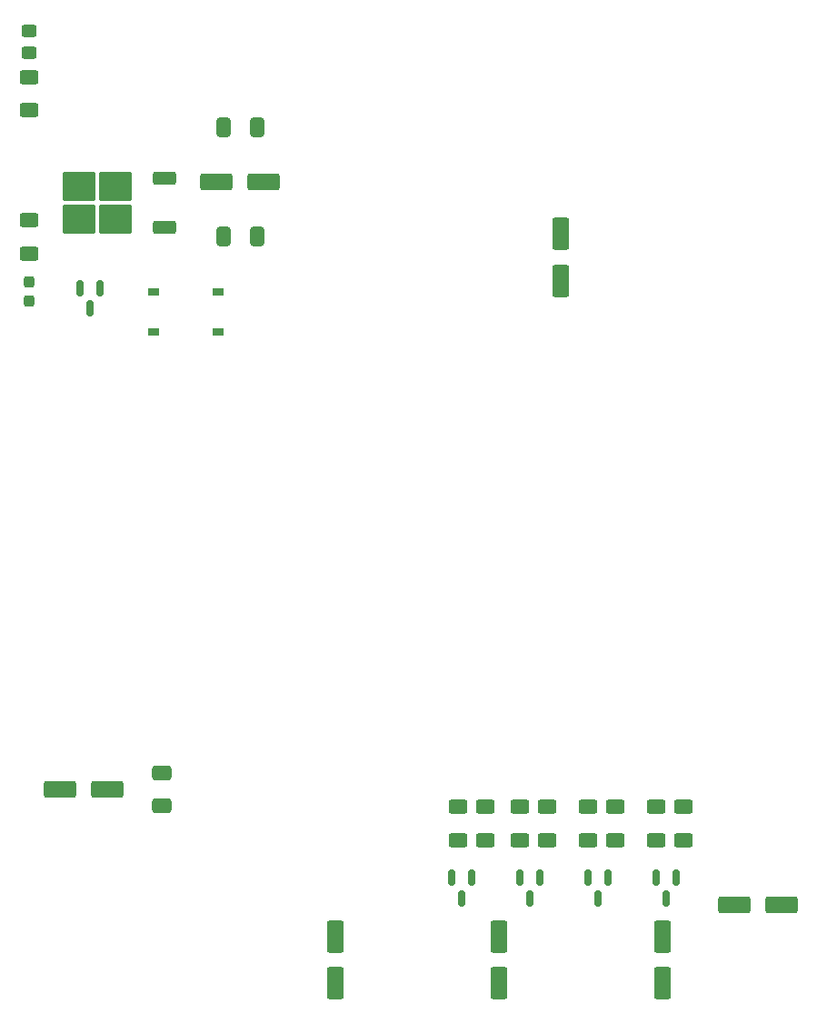
<source format=gtp>
%TF.GenerationSoftware,KiCad,Pcbnew,8.0.1-8.0.1-1~ubuntu22.04.1*%
%TF.CreationDate,2024-10-21T19:50:32-04:00*%
%TF.ProjectId,RedRobotBreakout,52656452-6f62-46f7-9442-7265616b6f75,rev?*%
%TF.SameCoordinates,Original*%
%TF.FileFunction,Paste,Top*%
%TF.FilePolarity,Positive*%
%FSLAX46Y46*%
G04 Gerber Fmt 4.6, Leading zero omitted, Abs format (unit mm)*
G04 Created by KiCad (PCBNEW 8.0.1-8.0.1-1~ubuntu22.04.1) date 2024-10-21 19:50:32*
%MOMM*%
%LPD*%
G01*
G04 APERTURE LIST*
G04 Aperture macros list*
%AMRoundRect*
0 Rectangle with rounded corners*
0 $1 Rounding radius*
0 $2 $3 $4 $5 $6 $7 $8 $9 X,Y pos of 4 corners*
0 Add a 4 corners polygon primitive as box body*
4,1,4,$2,$3,$4,$5,$6,$7,$8,$9,$2,$3,0*
0 Add four circle primitives for the rounded corners*
1,1,$1+$1,$2,$3*
1,1,$1+$1,$4,$5*
1,1,$1+$1,$6,$7*
1,1,$1+$1,$8,$9*
0 Add four rect primitives between the rounded corners*
20,1,$1+$1,$2,$3,$4,$5,0*
20,1,$1+$1,$4,$5,$6,$7,0*
20,1,$1+$1,$6,$7,$8,$9,0*
20,1,$1+$1,$8,$9,$2,$3,0*%
G04 Aperture macros list end*
%ADD10RoundRect,0.250000X0.850000X0.350000X-0.850000X0.350000X-0.850000X-0.350000X0.850000X-0.350000X0*%
%ADD11RoundRect,0.250000X1.275000X1.125000X-1.275000X1.125000X-1.275000X-1.125000X1.275000X-1.125000X0*%
%ADD12RoundRect,0.250000X-0.550000X1.250000X-0.550000X-1.250000X0.550000X-1.250000X0.550000X1.250000X0*%
%ADD13RoundRect,0.250000X-1.250000X-0.550000X1.250000X-0.550000X1.250000X0.550000X-1.250000X0.550000X0*%
%ADD14RoundRect,0.250000X-0.625000X0.400000X-0.625000X-0.400000X0.625000X-0.400000X0.625000X0.400000X0*%
%ADD15RoundRect,0.250000X0.650000X-0.412500X0.650000X0.412500X-0.650000X0.412500X-0.650000X-0.412500X0*%
%ADD16RoundRect,0.250000X-0.450000X0.325000X-0.450000X-0.325000X0.450000X-0.325000X0.450000X0.325000X0*%
%ADD17RoundRect,0.250000X1.250000X0.550000X-1.250000X0.550000X-1.250000X-0.550000X1.250000X-0.550000X0*%
%ADD18RoundRect,0.150000X-0.150000X0.587500X-0.150000X-0.587500X0.150000X-0.587500X0.150000X0.587500X0*%
%ADD19RoundRect,0.250000X0.625000X-0.400000X0.625000X0.400000X-0.625000X0.400000X-0.625000X-0.400000X0*%
%ADD20RoundRect,0.250000X-0.412500X-0.650000X0.412500X-0.650000X0.412500X0.650000X-0.412500X0.650000X0*%
%ADD21R,1.000000X0.750000*%
%ADD22RoundRect,0.237500X-0.237500X0.287500X-0.237500X-0.287500X0.237500X-0.287500X0.237500X0.287500X0*%
G04 APERTURE END LIST*
D10*
%TO.C,U5*%
X158075000Y-54985000D03*
D11*
X153450000Y-54230000D03*
X153450000Y-51180000D03*
X150100000Y-54230000D03*
X150100000Y-51180000D03*
D10*
X158075000Y-50425000D03*
%TD*%
D12*
%TO.C,C10*%
X173990000Y-125390000D03*
X173990000Y-120990000D03*
%TD*%
%TO.C,C9*%
X189230000Y-120990000D03*
X189230000Y-125390000D03*
%TD*%
%TO.C,C8*%
X204470000Y-120990000D03*
X204470000Y-125390000D03*
%TD*%
D13*
%TO.C,C7*%
X211160000Y-118110000D03*
X215560000Y-118110000D03*
%TD*%
D14*
%TO.C,R6*%
X200025000Y-108940000D03*
X200025000Y-112040000D03*
%TD*%
D15*
%TO.C,C2*%
X157820000Y-108877500D03*
X157820000Y-105752500D03*
%TD*%
D16*
%TO.C,D1*%
X145415000Y-36685000D03*
X145415000Y-38735000D03*
%TD*%
D17*
%TO.C,C1*%
X152695000Y-107315000D03*
X148295000Y-107315000D03*
%TD*%
D13*
%TO.C,C4*%
X162900000Y-50800000D03*
X167300000Y-50800000D03*
%TD*%
D14*
%TO.C,R10*%
X187960000Y-108940000D03*
X187960000Y-112040000D03*
%TD*%
D18*
%TO.C,Q4*%
X186690000Y-115570000D03*
X184790000Y-115570000D03*
X185740000Y-117445000D03*
%TD*%
%TO.C,D2*%
X150180000Y-60657500D03*
X152080000Y-60657500D03*
X151130000Y-62532500D03*
%TD*%
D19*
%TO.C,R2*%
X145415000Y-57430000D03*
X145415000Y-54330000D03*
%TD*%
D20*
%TO.C,C3*%
X163537500Y-45720000D03*
X166662500Y-45720000D03*
%TD*%
D14*
%TO.C,R7*%
X191135000Y-108940000D03*
X191135000Y-112040000D03*
%TD*%
%TO.C,R8*%
X193675000Y-108940000D03*
X193675000Y-112040000D03*
%TD*%
D20*
%TO.C,C5*%
X163537500Y-55880000D03*
X166662500Y-55880000D03*
%TD*%
D18*
%TO.C,Q2*%
X199390000Y-115570000D03*
X197490000Y-115570000D03*
X198440000Y-117445000D03*
%TD*%
D19*
%TO.C,R1*%
X145415000Y-44095000D03*
X145415000Y-40995000D03*
%TD*%
D18*
%TO.C,Q3*%
X193040000Y-115570000D03*
X191140000Y-115570000D03*
X192090000Y-117445000D03*
%TD*%
%TO.C,Q1*%
X205740000Y-115570000D03*
X203840000Y-115570000D03*
X204790000Y-117445000D03*
%TD*%
D12*
%TO.C,C6*%
X194945000Y-55585000D03*
X194945000Y-59985000D03*
%TD*%
D21*
%TO.C,SW1*%
X157020000Y-60990000D03*
X163020000Y-60990000D03*
X157020000Y-64740000D03*
X163020000Y-64740000D03*
%TD*%
D22*
%TO.C,D3*%
X145415000Y-60085000D03*
X145415000Y-61835000D03*
%TD*%
D14*
%TO.C,R3*%
X203835000Y-108940000D03*
X203835000Y-112040000D03*
%TD*%
%TO.C,R9*%
X185420000Y-108940000D03*
X185420000Y-112040000D03*
%TD*%
%TO.C,R5*%
X197485000Y-108940000D03*
X197485000Y-112040000D03*
%TD*%
%TO.C,R4*%
X206375000Y-108940000D03*
X206375000Y-112040000D03*
%TD*%
M02*

</source>
